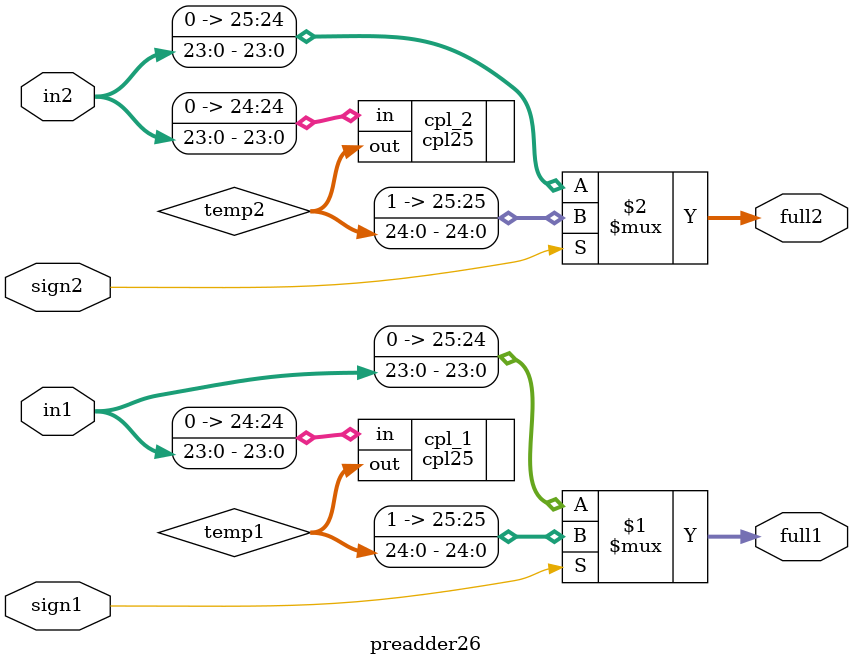
<source format=v>
/*
 ***@Author: NGUYEN TRUNG HIEU
 ***@Date:   Oct 24th, 2018
*/

module preadder26(full1,full2,sign1,sign2,in1,in2);
output [25:0]full1,full2;
input  [23:0]in1,in2;
input  sign1,sign2;

wire   [24:0]temp1,temp2;


cpl25	cpl_1(.out(temp1),.in({1'b0,in1}));	
cpl25	cpl_2(.out(temp2),.in({1'b0,in2}));	

assign	full1=sign1?{1'b1,temp1}:{1'b0,in1};
assign	full2=sign2?{1'b1,temp2}:{1'b0,in2};

endmodule

</source>
